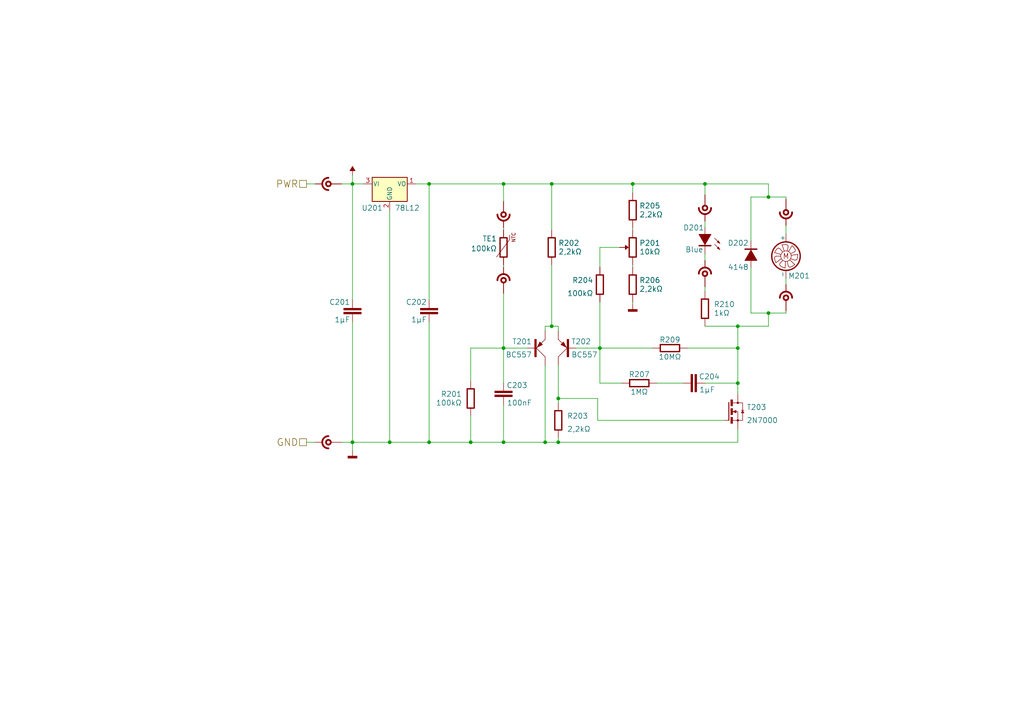
<source format=kicad_sch>
(kicad_sch (version 20230121) (generator eeschema)
  (paper "A4")
  (title_block (title "Termostat (WŚE, W3C11)") (date "2023-01-15") (rev "3.1") (company "Kuba Michalik") (comment 1 "Wersja finałowa"))
  (lib_symbols
    (symbol "*Custom_Generic:C" (pin_numbers hide) (pin_names (offset 0.254))
      (property "Reference" "C" (at 2.921 3.048 0))
      (property "Value" "C" (at 2.921 0.635 0))
      (symbol "C_0_1"
        (rectangle (start -2.54 0.381) (end 2.54 -0.127) (fill (type outline)))
        (rectangle (start -2.54 1.524) (end 2.54 1.016) (fill (type outline)))
      )
      (symbol "C_1_1"
        (pin passive line (at 0 3.81 270) (length 2.54) (name "~") (number "1"))
        (pin passive line (at 0 -2.54 90) (length 2.54) (name "~") (number "2"))
      )
    )
    (symbol "*Custom_Generic:Conn_Point_F" (pin_numbers hide) (pin_names (offset 1.016) hide)
      (property "Reference" "J" (at 0 3.429 0))
      (property "Value" "Conn_Point_F" (at 0.254 -3.556 0))
      (symbol "Conn_Point_F_0_1"
        (arc (start 0 1.778) (mid -1.7703 0) (end 0 -1.778) (stroke (width 0.508)))
      )
      (symbol "Conn_Point_F_1_1"
        (pin passive line (at -3.81 0 0) (length 2.032) (name "Pin_1") (number "1"))
      )
    )
    (symbol "*Custom_Generic:Conn_Point_M" (pin_numbers hide) (pin_names (offset 1.016) hide)
      (property "Reference" "J" (at 0 2.54 0))
      (property "Value" "Conn_Point_M" (at 0 -2.54 0))
      (symbol "Conn_Point_M_0_1"
        (circle (center 0 0) (radius 0.6839) (stroke (width 0.508)))
      )
      (symbol "Conn_Point_M_1_1"
        (pin passive line (at -3.81 0 0) (length 3.175) (name "Pin_1") (number "1"))
      )
    )
    (symbol "*Custom_Generic:D" (pin_numbers hide) (pin_names (offset 1.016) hide)
      (property "Reference" "D" (at 0 2.54 0))
      (property "Value" "D" (at 0 -2.54 0))
      (symbol "D_0_1"
        (rectangle (start -1.524 1.778) (end -1.27 -1.778) (fill (type outline)))
        (polyline (pts (xy -1.143 0) (xy 1.905 1.778) (xy 1.905 -1.778) (xy -1.143 0)) (fill (type outline)))
      )
      (symbol "D_1_1"
        (pin passive line (at -3.81 0 0) (length 2.54) (name "K") (number "1"))
        (pin passive line (at 3.81 0 180) (length 2.54) (name "A") (number "2"))
      )
    )
    (symbol "*Custom_Generic:Fan_DC" (pin_numbers hide) (pin_names (offset 0)) (on_board no)
      (symbol "Fan_DC_0_0"
        (text "M" (at 0 0 0) (effects (font (size 1.524 1.524))))
      )
      (symbol "Fan_DC_0_1"
        (arc (start -3.429 0.508) (mid -3.3782 -0.2044) (end -3.175 -0.889))
        (arc (start -3.175 -0.889) (mid -2.9029 -1.1295) (end -2.54 -1.143))
        (arc (start -2.667 1.905) (mid -2.6976 1.5687) (end -2.54 1.27))
        (arc (start -2.54 -2.413) (mid -1.9448 -2.8604) (end -1.27 -3.175))
        (arc (start -1.778 3.048) (mid -2.2854 2.5254) (end -2.667 1.905))
        (arc (start -1.27 -3.175) (mid -0.881 -3.1038) (end -0.635 -2.794))
        (arc (start -0.254 3.302) (mid -0.5377 3.1179) (end -0.635 2.794))
        (polyline (pts (xy -2.54 -2.413) (xy -1.143 -1.143)))
        (polyline (pts (xy -1.524 0.254) (xy -3.429 0.508)))
        (polyline (pts (xy -1.397 -0.762) (xy -2.54 -1.143)))
        (polyline (pts (xy -1.397 0.762) (xy -2.54 1.27)))
        (polyline (pts (xy -0.762 1.397) (xy -1.778 3.048)))
        (polyline (pts (xy -0.381 -1.524) (xy -0.635 -2.794)))
        (polyline (pts (xy -0.381 1.524) (xy -0.635 2.794)))
        (polyline (pts (xy 0.127 -1.524) (xy 0.254 -3.429)))
        (polyline (pts (xy 0.508 1.524) (xy 1.143 3.302)))
        (polyline (pts (xy 1.016 -1.27) (xy 1.778 -2.159)))
        (polyline (pts (xy 1.016 1.27) (xy 1.778 2.159)))
        (polyline (pts (xy 1.397 -0.762) (xy 2.921 -1.905)))
        (polyline (pts (xy 1.524 0) (xy 2.794 0)))
        (polyline (pts (xy 1.524 0.508) (xy 3.302 1.016)))
        (circle (center 0 0) (radius 1.524))
        (circle (center 0 0) (radius 4.1348) (stroke (width 0.381)))
        (arc (start 0.254 -3.429) (mid 0.9897 -3.1933) (end 1.651 -2.794))
        (arc (start 1.143 3.302) (mid 0.4445 3.3694) (end -0.254 3.302))
        (arc (start 1.651 -2.794) (mid 1.8282 -2.4993) (end 1.778 -2.159))
        (arc (start 2.54 2.159) (mid 2.159 2.3335) (end 1.778 2.159))
        (arc (start 2.921 -1.905) (mid 3.1848 -1.2265) (end 3.302 -0.508))
        (arc (start 3.302 -0.508) (mid 3.1512 -0.1508) (end 2.794 0))
        (arc (start 3.302 1.016) (mid 2.9776 1.6252) (end 2.54 2.159))
      )
      (symbol "Fan_DC_1_1"
        (pin passive line (at 0 6.35 270) (length 2.159) (name "+") (number "1"))
        (pin passive line (at 0 -6.35 90) (length 2.159) (name "-") (number "2"))
      )
    )
    (symbol "*Custom_Generic:LED" (pin_numbers hide) (pin_names (offset 1.016) hide)
      (property "Reference" "D" (at 0 2.921 0))
      (property "Value" "LED" (at 0 5.588 0))
      (symbol "LED_0_1"
        (rectangle (start -1.524 1.778) (end -1.27 -1.778) (fill (type outline)))
        (polyline (pts (xy -1.016 -2.794) (xy -2.159 -3.937)) (stroke (width 0.1524)))
        (polyline (pts (xy 0.762 -2.794) (xy -0.381 -3.937)) (stroke (width 0.1524)))
        (polyline (pts (xy -2.54 -4.318) (xy -1.778 -3.937) (xy -2.159 -3.556) (xy -2.54 -4.318)) (fill (type outline)))
        (polyline (pts (xy -1.143 0) (xy 1.905 1.778) (xy 1.905 -1.778) (xy -1.143 0)) (fill (type outline)))
        (polyline (pts (xy -0.762 -4.318) (xy 0 -3.937) (xy -0.381 -3.556) (xy -0.762 -4.318)) (fill (type outline)))
      )
      (symbol "LED_1_1"
        (pin passive line (at -3.81 0 0) (length 2.54) (name "K") (number "1"))
        (pin passive line (at 3.81 0 180) (length 2.54) (name "A") (number "2"))
      )
    )
    (symbol "*Custom_Generic:NMOS_SGD" (pin_numbers hide) (pin_names (offset 0) hide)
      (property "Reference" "T" (at 2.159 2.032 0))
      (property "Value" "NMOS_SGD" (at 2.032 -2.159 0))
      (symbol "NMOS_SGD_0_1"
        (rectangle (start -2.667 2.667) (end -2.54 -2.54) (fill (type outline)))
        (rectangle (start -2.032 -1.651) (end -1.524 -3.429) (fill (type outline)))
        (rectangle (start -2.032 0.889) (end -1.524 -0.889) (fill (type outline)))
        (rectangle (start -2.032 3.429) (end -1.524 1.651) (fill (type outline)))
        (rectangle (start -1.524 -0.254) (end -1.524 -0.254))
        (rectangle (start -1.524 1.016) (end -1.524 1.016))
        (circle (center 0 -2.54) (radius 0.254) (fill (type outline)))
        (polyline (pts (xy -1.524 0) (xy 0 0) (xy 0 -2.54)))
        (polyline (pts (xy -1.524 2.54) (xy 1.397 2.54) (xy 1.397 -2.54) (xy -1.524 -2.54)))
        (polyline (pts (xy -1.397 0) (xy -0.508 0.381) (xy -0.508 -0.381) (xy -1.397 0)) (fill (type outline)))
        (polyline (pts (xy 1.397 0.254) (xy 1.016 -0.381) (xy 1.778 -0.381) (xy 1.397 0.254)) (fill (type outline)))
        (circle (center 0 2.54) (radius 0.254) (fill (type outline)))
        (rectangle (start 1.016 0.381) (end 1.778 0.381))
      )
      (symbol "NMOS_SGD_1_1"
        (pin passive line (at 0 -5.08 90) (length 2.54) (name "S") (number "1"))
        (pin input line (at -3.81 -2.54 0) (length 1.27) (name "G") (number "2"))
        (pin passive line (at 0 5.08 270) (length 2.54) (name "D") (number "3"))
      )
    )
    (symbol "*Custom_Generic:P" (pin_numbers hide) (pin_names (offset 0) hide)
      (property "Reference" "P" (at 2.413 -2.159 0))
      (property "Value" "P" (at 2.413 2.032 0))
      (symbol "P_0_0"
        (text "" (at 0 3.937 0) (effects (font (size 1.27 1.27))))
      )
      (symbol "P_0_1"
        (rectangle (start -1.016 2.794) (end 1.016 -2.794) (stroke (width 0.381)))
        (polyline (pts (xy 1.27 0) (xy 2.159 0.635) (xy 2.159 -0.635) (xy 1.27 0)) (fill (type outline)))
      )
      (symbol "P_1_1"
        (pin passive line (at 0 5.08 270) (length 2.25) (name "1") (number "1"))
        (pin passive line (at 3.81 0 180) (length 2.25) (name "2") (number "2"))
        (pin passive line (at 0 -5.08 90) (length 2.25) (name "3") (number "3"))
      )
    )
    (symbol "*Custom_Generic:PNP_BJT_CBE" (pin_numbers hide) (pin_names (offset 0) hide)
      (property "Reference" "T" (at 3.81 1.27 0))
      (property "Value" "PNP_BJT_CBE" (at 3.81 -1.27 0))
      (symbol "PNP_BJT_CBE_0_1"
        (rectangle (start -0.508 2.54) (end 0 -2.54) (fill (type outline)))
        (rectangle (start 0 -0.254) (end 0 -0.254))
        (polyline (pts (xy 0 0) (xy 2.54 -2.54)))
        (polyline (pts (xy 0 0) (xy 2.54 2.54)))
        (polyline (pts (xy 0.254 -0.254) (xy 1.016 -1.778) (xy 1.778 -1.016) (xy 0.254 -0.254)) (fill (type outline)))
        (rectangle (start 0 1.016) (end 0 1.016))
      )
      (symbol "PNP_BJT_CBE_1_1"
        (pin passive line (at 2.54 5.08 270) (length 2.54) (name "C") (number "1"))
        (pin input line (at -2.54 0 0) (length 2.54) (name "B") (number "2"))
        (pin passive line (at 2.54 -5.08 90) (length 2.54) (name "E") (number "3"))
      )
    )
    (symbol "*Custom_Generic:R" (pin_numbers hide) (pin_names (offset 0))
      (property "Reference" "R" (at 2.413 0 90))
      (property "Value" "R" (at -2.286 0 90))
      (symbol "R_0_1"
        (rectangle (start -1.016 2.794) (end 1.016 -2.794) (stroke (width 0.381)))
      )
      (symbol "R_1_1"
        (pin passive line (at 0 5.08 270) (length 2.25) (name "~") (number "1"))
        (pin passive line (at 0 -5.08 90) (length 2.25) (name "~") (number "2"))
      )
    )
    (symbol "*Custom_Generic:R_NTC" (pin_numbers hide) (pin_names (offset 0))
      (property "Reference" "TE" (at 5.334 -1.397 0))
      (property "Value" "R_NTC" (at 7.239 1.778 0))
      (symbol "R_NTC_0_0"
        (text "NTC" (at 2.921 2.921 900) (effects (font (size 1.016 1.016))))
      )
      (symbol "R_NTC_0_1"
        (rectangle (start -1.016 2.794) (end 1.016 -2.794) (stroke (width 0.381)))
        (polyline (pts (xy -2.032 -2.794) (xy 1.778 2.286) (xy 1.778 3.556)))
      )
      (symbol "R_NTC_1_1"
        (pin passive line (at 0 5.08 270) (length 2.25) (name "~") (number "1"))
        (pin passive line (at 0 -5.08 90) (length 2.25) (name "~") (number "2"))
      )
    )
    (symbol "Custom_Power:GND" (power) (pin_numbers hide) (pin_names (offset 0) hide)
      (property "Value" "GND" (at 0 -3.175 0))
      (symbol "GND_0_1"
        (rectangle (start -1.27 -1.524) (end 1.27 -2.032) (stroke (width 0.254)) (fill (type outline)))
        (polyline (pts (xy 0 0) (xy 0 -1.524)))
      )
      (symbol "GND_1_1"
        (pin power_in line (at 0 0 270) (length 0) hide (name "GND") (number "1"))
      )
    )
    (symbol "Custom_Power:V1" (power) (pin_numbers hide) (pin_names (offset 0) hide)
      (property "Value" "V1" (at 0 3.81 0))
      (symbol "V1_0_1"
        (polyline (pts (xy 0 0) (xy 0 2.54)))
        (polyline (pts (xy 0.762 1.27) (xy -0.762 1.27) (xy 0 2.54) (xy 0.762 1.27)) (fill (type outline)))
      )
      (symbol "V1_1_1"
        (pin power_in line (at 0 0 90) (length 0) hide (name "V1") (number "1"))
      )
    )
    (symbol "Regulator_Linear:L78L12_TO92" (pin_names (offset 0.254))
      (property "Reference" "U" (at -3.81 3.175 0))
      (property "Value" "L78L12_TO92" (at 0 3.175 0))
      (symbol "L78L12_TO92_0_1"
        (rectangle (start -5.08 -5.08) (end 5.08 1.905) (stroke (width 0.254)) (fill (type background)))
      )
      (symbol "L78L12_TO92_1_1"
        (pin power_out line (at 7.62 0 180) (length 2.54) (name "VO") (number "1"))
        (pin power_in line (at 0 -7.62 90) (length 2.54) (name "GND") (number "2"))
        (pin power_in line (at -7.62 0 0) (length 2.54) (name "VI") (number "3"))
      )
    )
  )
  (junction (at 213.995 94.615))
  (junction (at 160.02 53.34))
  (junction (at 173.99 100.965))
  (junction (at 124.46 53.34))
  (junction (at 161.925 115.57))
  (junction (at 161.925 128.27))
  (junction (at 146.05 100.965))
  (junction (at 146.05 128.27))
  (junction (at 160.02 94.615))
  (junction (at 113.03 128.27))
  (junction (at 102.235 53.34))
  (junction (at 102.235 128.27))
  (junction (at 222.885 90.805))
  (junction (at 213.995 111.125))
  (junction (at 222.885 57.15))
  (junction (at 136.525 128.27))
  (junction (at 124.46 128.27))
  (junction (at 158.115 128.27))
  (junction (at 183.515 53.34))
  (junction (at 146.05 53.34))
  (junction (at 204.47 53.34))
  (junction (at 213.995 100.965))
  (wire (pts (xy 120.65 53.34) (xy 124.46 53.34)))
  (wire (pts (xy 204.47 64.135) (xy 204.47 66.04)))
  (wire (pts (xy 217.805 90.805) (xy 222.885 90.805)))
  (wire (pts (xy 102.235 53.34) (xy 105.41 53.34)))
  (wire (pts (xy 180.34 111.125) (xy 173.99 111.125)))
  (wire (pts (xy 113.03 60.96) (xy 113.03 128.27)))
  (wire (pts (xy 146.05 85.09) (xy 146.05 100.965)))
  (wire (pts (xy 213.995 100.965) (xy 213.995 111.125)))
  (wire (pts (xy 146.05 76.835) (xy 146.05 77.47)))
  (wire (pts (xy 161.925 127) (xy 161.925 128.27)))
  (wire (pts (xy 146.05 128.27) (xy 158.115 128.27)))
  (wire (pts (xy 183.515 87.63) (xy 183.515 88.265)))
  (wire (pts (xy 173.99 100.965) (xy 173.99 87.63)))
  (wire (pts (xy 99.06 53.34) (xy 102.235 53.34)))
  (wire (pts (xy 173.99 100.965) (xy 189.23 100.965)))
  (wire (pts (xy 227.965 57.785) (xy 227.965 57.15)))
  (wire (pts (xy 124.46 93.345) (xy 124.46 128.27)))
  (wire (pts (xy 222.885 53.34) (xy 222.885 57.15)))
  (wire (pts (xy 160.02 53.34) (xy 160.02 66.675)))
  (wire (pts (xy 158.115 106.045) (xy 158.115 128.27)))
  (wire (pts (xy 204.47 111.125) (xy 213.995 111.125)))
  (wire (pts (xy 183.515 66.04) (xy 183.515 66.675)))
  (wire (pts (xy 124.46 53.34) (xy 124.46 86.995)))
  (wire (pts (xy 124.46 128.27) (xy 136.525 128.27)))
  (wire (pts (xy 179.705 71.755) (xy 173.99 71.755)))
  (wire (pts (xy 146.05 53.34) (xy 160.02 53.34)))
  (wire (pts (xy 204.47 73.66) (xy 204.47 75.565)))
  (wire (pts (xy 222.885 90.805) (xy 222.885 94.615)))
  (wire (pts (xy 190.5 111.125) (xy 198.12 111.125)))
  (wire (pts (xy 146.05 100.965) (xy 146.05 111.125)))
  (wire (pts (xy 124.46 53.34) (xy 146.05 53.34)))
  (wire (pts (xy 158.115 94.615) (xy 158.115 95.885)))
  (wire (pts (xy 136.525 100.965) (xy 146.05 100.965)))
  (wire (pts (xy 217.805 90.805) (xy 217.805 77.47)))
  (wire (pts (xy 136.525 100.965) (xy 136.525 110.49)))
  (wire (pts (xy 183.515 53.34) (xy 204.47 53.34)))
  (wire (pts (xy 136.525 120.65) (xy 136.525 128.27)))
  (wire (pts (xy 146.05 128.27) (xy 146.05 117.475)))
  (wire (pts (xy 102.235 128.27) (xy 102.235 130.81)))
  (wire (pts (xy 204.47 53.34) (xy 222.885 53.34)))
  (wire (pts (xy 158.115 94.615) (xy 160.02 94.615)))
  (wire (pts (xy 227.965 80.645) (xy 227.965 82.55)))
  (wire (pts (xy 113.03 128.27) (xy 124.46 128.27)))
  (wire (pts (xy 102.235 50.8) (xy 102.235 53.34)))
  (wire (pts (xy 160.02 76.835) (xy 160.02 94.615)))
  (wire (pts (xy 88.9 128.27) (xy 91.44 128.27)))
  (wire (pts (xy 102.235 128.27) (xy 113.03 128.27)))
  (wire (pts (xy 213.995 124.46) (xy 213.995 128.27)))
  (wire (pts (xy 183.515 55.88) (xy 183.515 53.34)))
  (wire (pts (xy 183.515 53.34) (xy 160.02 53.34)))
  (wire (pts (xy 173.99 111.125) (xy 173.99 100.965)))
  (wire (pts (xy 102.235 53.34) (xy 102.235 86.995)))
  (wire (pts (xy 222.885 94.615) (xy 213.995 94.615)))
  (wire (pts (xy 146.05 66.675) (xy 146.05 66.04)))
  (wire (pts (xy 222.885 57.15) (xy 227.965 57.15)))
  (wire (pts (xy 222.885 90.805) (xy 227.965 90.805)))
  (wire (pts (xy 204.47 56.515) (xy 204.47 53.34)))
  (wire (pts (xy 217.805 57.15) (xy 222.885 57.15)))
  (wire (pts (xy 158.115 128.27) (xy 161.925 128.27)))
  (wire (pts (xy 213.995 111.125) (xy 213.995 114.3)))
  (wire (pts (xy 161.925 94.615) (xy 161.925 95.885)))
  (wire (pts (xy 173.355 121.92) (xy 210.185 121.92)))
  (wire (pts (xy 227.965 90.17) (xy 227.965 90.805)))
  (wire (pts (xy 204.47 83.185) (xy 204.47 84.455)))
  (wire (pts (xy 160.02 94.615) (xy 161.925 94.615)))
  (wire (pts (xy 167.005 100.965) (xy 173.99 100.965)))
  (wire (pts (xy 217.805 57.15) (xy 217.805 69.85)))
  (wire (pts (xy 204.47 94.615) (xy 213.995 94.615)))
  (wire (pts (xy 161.925 106.045) (xy 161.925 115.57)))
  (wire (pts (xy 153.035 100.965) (xy 146.05 100.965)))
  (wire (pts (xy 199.39 100.965) (xy 213.995 100.965)))
  (wire (pts (xy 173.99 71.755) (xy 173.99 77.47)))
  (wire (pts (xy 183.515 76.835) (xy 183.515 77.47)))
  (wire (pts (xy 146.05 53.34) (xy 146.05 58.42)))
  (wire (pts (xy 227.965 67.945) (xy 227.965 65.405)))
  (wire (pts (xy 136.525 128.27) (xy 146.05 128.27)))
  (wire (pts (xy 161.925 115.57) (xy 161.925 116.84)))
  (wire (pts (xy 88.9 53.34) (xy 91.44 53.34)))
  (wire (pts (xy 99.06 128.27) (xy 102.235 128.27)))
  (wire (pts (xy 173.355 121.92) (xy 173.355 115.57)))
  (wire (pts (xy 102.235 93.345) (xy 102.235 128.27)))
  (wire (pts (xy 161.925 128.27) (xy 213.995 128.27)))
  (wire (pts (xy 173.355 115.57) (xy 161.925 115.57)))
  (wire (pts (xy 213.995 94.615) (xy 213.995 100.965)))
  (hierarchical_label "PWR" (shape passive) (at 88.9 53.34 180) (effects (font (size 2.032 2.032))))
  (hierarchical_label "GND" (shape passive) (at 88.9 128.27 180) (effects (font (size 2.032 2.032))))
  (symbol (lib_id "*Custom_Generic:NMOS_SGD") (at 213.995 119.38 0) (unit 1)
    (property "Reference" "T203" (at 216.535 118.11 0) (effects (font (size 1.524 1.524)) (justify left)))
    (property "Value" "2N7000" (at 216.535 121.92 0) (effects (font (size 1.524 1.524)) (justify left)))
    (property "Footprint" "VeeCad:TO92" (effects hide))
  )
  (symbol (lib_id "*Custom_Generic:Conn_Point_F") (at 146.05 81.28 270) (unit 1) (on_board no)
    (property "Reference" "J211" (effects hide))
    (property "Value" "OFF_BOARD" (effects hide))
  )
  (symbol (lib_id "*Custom_Generic:Conn_Point_F") (at 204.47 60.325 90) (unit 1) (on_board no)
    (property "Reference" "J205" (effects hide))
    (property "Value" "OFF_BOARD" (effects hide))
  )
  (symbol (lib_id "*Custom_Generic:LED") (at 204.47 69.85 90) (unit 1) (on_board no)
    (property "Reference" "D201" (at 198.12 66.04 90) (effects (font (size 1.524 1.524)) (justify right)))
    (property "Value" "Blue" (at 198.755 72.39 90) (effects (font (size 1.524 1.524)) (justify right)))
  )
  (symbol (lib_id "*Custom_Generic:R") (at 183.515 82.55 0) (unit 1)
    (property "Reference" "R206" (at 185.42 81.28 0) (effects (font (size 1.524 1.524)) (justify left)))
    (property "Value" "2,2kΩ" (at 185.42 83.82 0) (effects (font (size 1.524 1.524)) (justify left)))
    (property "Footprint" "VeeCad:AX3_1N" (effects hide))
  )
  (symbol (lib_id "Custom_Power:GND") (at 183.515 88.265 0) (unit 1)
    (property "Reference" "#PWR0203" (effects hide))
    (property "Value" "GND" (effects hide))
  )
  (symbol (lib_id "*Custom_Generic:R") (at 160.02 71.755 0) (mirror y) (unit 1)
    (property "Reference" "R202" (at 161.925 70.485 0) (effects (font (size 1.524 1.524)) (justify right)))
    (property "Value" "2,2kΩ" (at 161.925 73.025 0) (effects (font (size 1.524 1.524)) (justify right)))
    (property "Footprint" "VeeCad:AX3_1N" (effects hide))
  )
  (symbol (lib_id "*Custom_Generic:Conn_Point_M") (at 204.47 79.375 90) (unit 1)
    (property "Reference" "J207" (effects hide))
    (property "Value" "FANL-" (effects hide))
    (property "Footprint" "VeeCad:SIP1" (effects hide))
  )
  (symbol (lib_id "*Custom_Generic:Conn_Point_M") (at 227.965 61.595 270) (unit 1)
    (property "Reference" "J213" (effects hide))
    (property "Value" "FAN+" (effects hide))
    (property "Footprint" "VeeCad:SIP1" (effects hide))
  )
  (symbol (lib_id "*Custom_Generic:Conn_Point_F") (at 95.25 53.34 0) (unit 1) (on_board no)
    (property "Reference" "J201" (effects hide))
    (property "Value" "OFF_BOARD" (effects hide))
  )
  (symbol (lib_id "*Custom_Generic:Conn_Point_M") (at 204.47 60.325 270) (unit 1)
    (property "Reference" "J206" (effects hide))
    (property "Value" "FANL+" (effects hide))
    (property "Footprint" "VeeCad:SIP1" (effects hide))
  )
  (symbol (lib_id "Custom_Power:V1") (at 102.235 50.8 0) (unit 1)
    (property "Reference" "#PWR0201" (effects hide))
    (property "Value" "V1" (effects hide))
  )
  (symbol (lib_id "*Custom_Generic:Conn_Point_F") (at 204.47 79.375 270) (unit 1) (on_board no)
    (property "Reference" "J208" (effects hide))
    (property "Value" "OFF_BOARD" (effects hide))
  )
  (symbol (lib_id "*Custom_Generic:C") (at 201.93 111.125 90) (unit 1)
    (property "Reference" "C204" (at 205.74 109.22 90) (effects (font (size 1.524 1.524))))
    (property "Value" "1μF" (at 205.105 113.03 90) (effects (font (size 1.524 1.524))))
    (property "Footprint" "VeeCad:AX2_1N" (effects hide))
  )
  (symbol (lib_id "*Custom_Generic:Conn_Point_F") (at 95.25 128.27 0) (unit 1) (on_board no)
    (property "Reference" "J203" (effects hide))
    (property "Value" "OFF_BOARD" (effects hide))
  )
  (symbol (lib_id "*Custom_Generic:Conn_Point_F") (at 227.965 86.36 270) (unit 1) (on_board no)
    (property "Reference" "J215" (effects hide))
    (property "Value" "OFF_BOARD" (effects hide))
  )
  (symbol (lib_id "*Custom_Generic:R") (at 136.525 115.57 0) (unit 1)
    (property "Reference" "R201" (at 133.985 114.3 0) (effects (font (size 1.524 1.524)) (justify right)))
    (property "Value" "100kΩ" (at 133.985 116.84 0) (effects (font (size 1.524 1.524)) (justify right)))
    (property "Footprint" "VeeCad:AX3_1N" (effects hide))
  )
  (symbol (lib_id "*Custom_Generic:R") (at 161.925 121.92 0) (unit 1)
    (property "Reference" "R203" (at 164.465 120.65 0) (effects (font (size 1.524 1.524)) (justify left)))
    (property "Value" "2,2kΩ" (at 164.465 124.46 0) (effects (font (size 1.524 1.524)) (justify left)))
    (property "Footprint" "VeeCad:VERTAX_1N" (effects hide))
  )
  (symbol (lib_id "*Custom_Generic:R_NTC") (at 146.05 71.755 0) (unit 1) (on_board no)
    (property "Reference" "TE1" (at 144.145 69.215 0) (effects (font (size 1.524 1.524)) (justify right)))
    (property "Value" "100kΩ" (at 144.145 72.0877 0) (effects (font (size 1.524 1.524)) (justify right)))
  )
  (symbol (lib_id "*Custom_Generic:Fan_DC") (at 227.965 74.295 0) (mirror y) (unit 1) (on_board no)
    (property "Reference" "M201" (at 231.775 80.01 0) (effects (font (size 1.524 1.524))))
    (property "Value" "Fan_DC" (effects hide))
  )
  (symbol (lib_id "*Custom_Generic:R") (at 204.47 89.535 0) (unit 1)
    (property "Reference" "R210" (at 207.01 88.265 0) (effects (font (size 1.524 1.524)) (justify left)))
    (property "Value" "1kΩ" (at 207.01 90.805 0) (effects (font (size 1.524 1.524)) (justify left)))
    (property "Footprint" "VeeCad:VERTAX_2N" (effects hide))
  )
  (symbol (lib_id "*Custom_Generic:R") (at 194.31 100.965 90) (unit 1)
    (property "Reference" "R209" (at 194.31 98.552 90) (effects (font (size 1.524 1.524))))
    (property "Value" "10MΩ" (at 194.31 103.505 90) (effects (font (size 1.524 1.524))))
    (property "Footprint" "VeeCad:VERTAX_1N" (effects hide))
  )
  (symbol (lib_id "*Custom_Generic:Conn_Point_F") (at 227.965 61.595 90) (unit 1) (on_board no)
    (property "Reference" "J214" (effects hide))
    (property "Value" "OFF_BOARD" (effects hide))
  )
  (symbol (lib_id "Regulator_Linear:L78L12_TO92") (at 113.03 53.34 0) (unit 1)
    (property "Reference" "U201" (at 107.95 60.325 0) (effects (font (size 1.524 1.524))))
    (property "Value" "78L12" (at 118.11 60.325 0) (effects (font (size 1.524 1.524))))
    (property "Footprint" "VeeCad:TO92" (effects hide))
    (property "Datasheet" "http://www.st.com/content/ccc/resource/technical/document/datasheet/15/55/e5/aa/23/5b/43/fd/CD00000446.pdf/files/CD00000446.pdf/jcr:content/translations/en.CD00000446.pdf" (effects hide))
  )
  (symbol (lib_id "*Custom_Generic:Conn_Point_M") (at 227.965 86.36 90) (unit 1)
    (property "Reference" "J216" (effects hide))
    (property "Value" "FAN−" (effects hide))
    (property "Footprint" "VeeCad:SIP1" (effects hide))
  )
  (symbol (lib_id "*Custom_Generic:R") (at 173.99 82.55 180) (unit 1)
    (property "Reference" "R204" (at 172.085 81.28 0) (effects (font (size 1.524 1.524)) (justify left)))
    (property "Value" "100kΩ" (at 172.085 85.09 0) (effects (font (size 1.524 1.524)) (justify left)))
    (property "Footprint" "VeeCad:AX3_1N" (effects hide))
  )
  (symbol (lib_id "*Custom_Generic:Conn_Point_M") (at 95.25 53.34 180) (unit 1)
    (property "Reference" "J202" (effects hide))
    (property "Value" "PWR" (effects hide))
    (property "Footprint" "VeeCad:SIP1" (effects hide))
  )
  (symbol (lib_id "*Custom_Generic:C") (at 102.235 89.535 180) (unit 1)
    (property "Reference" "C201" (at 101.6 87.63 0) (effects (font (size 1.524 1.524)) (justify left)))
    (property "Value" "1μF" (at 101.6 92.71 0) (effects (font (size 1.524 1.524)) (justify left)))
    (property "Footprint" "VeeCad:AX2_1N" (effects hide))
  )
  (symbol (lib_id "*Custom_Generic:R") (at 183.515 60.96 0) (unit 1)
    (property "Reference" "R205" (at 185.42 59.69 0) (effects (font (size 1.524 1.524)) (justify left)))
    (property "Value" "2,2kΩ" (at 185.42 62.23 0) (effects (font (size 1.524 1.524)) (justify left)))
    (property "Footprint" "VeeCad:AX3_1N" (effects hide))
  )
  (symbol (lib_id "*Custom_Generic:R") (at 185.42 111.125 270) (unit 1)
    (property "Reference" "R207" (at 185.42 108.585 90) (effects (font (size 1.524 1.524))))
    (property "Value" "1MΩ" (at 185.42 113.665 90) (effects (font (size 1.524 1.524))))
    (property "Footprint" "VeeCad:VERTAX_1N" (effects hide))
  )
  (symbol (lib_id "*Custom_Generic:C") (at 124.46 89.535 180) (unit 1)
    (property "Reference" "C202" (at 123.825 87.63 0) (effects (font (size 1.524 1.524)) (justify left)))
    (property "Value" "1μF" (at 123.825 92.71 0) (effects (font (size 1.524 1.524)) (justify left)))
    (property "Footprint" "VeeCad:AX2_1N" (effects hide))
  )
  (symbol (lib_id "*Custom_Generic:PNP_BJT_CBE") (at 155.575 100.965 0) (mirror x) (unit 1)
    (property "Reference" "T201" (at 154.305 99.06 0) (effects (font (size 1.524 1.524)) (justify right)))
    (property "Value" "BC557" (at 154.305 102.87 0) (effects (font (size 1.524 1.524)) (justify right)))
    (property "Footprint" "VeeCad:TO92_A" (effects hide))
  )
  (symbol (lib_id "*Custom_Generic:Conn_Point_M") (at 95.25 128.27 180) (unit 1)
    (property "Reference" "J204" (effects hide))
    (property "Value" "GND" (effects hide))
    (property "Footprint" "VeeCad:SIP1" (effects hide))
  )
  (symbol (lib_id "*Custom_Generic:D") (at 217.805 73.66 90) (mirror x) (unit 1)
    (property "Reference" "D202" (at 217.17 70.485 90) (effects (font (size 1.524 1.524)) (justify left)))
    (property "Value" "4148" (at 217.17 77.47 90) (effects (font (size 1.524 1.524)) (justify left)))
    (property "Footprint" "VeeCad:AX2_1" (effects hide))
  )
  (symbol (lib_id "*Custom_Generic:PNP_BJT_CBE") (at 164.465 100.965 180) (unit 1)
    (property "Reference" "T202" (at 171.45 99.06 0) (effects (font (size 1.524 1.524)) (justify left)))
    (property "Value" "BC557" (at 173.355 102.87 0) (effects (font (size 1.524 1.524)) (justify left)))
    (property "Footprint" "VeeCad:TO92_A" (effects hide))
  )
  (symbol (lib_id "Custom_Power:GND") (at 102.235 130.81 0) (unit 1)
    (property "Reference" "#PWR0202" (effects hide))
    (property "Value" "GND" (effects hide))
  )
  (symbol (lib_id "*Custom_Generic:C") (at 146.05 114.935 0) (unit 1)
    (property "Reference" "C203" (at 153.035 111.76 0) (effects (font (size 1.524 1.524)) (justify right)))
    (property "Value" "100nF" (at 154.305 116.84 0) (effects (font (size 1.524 1.524)) (justify right)))
    (property "Footprint" "VeeCad:BOX2_1" (effects hide))
  )
  (symbol (lib_id "*Custom_Generic:P") (at 183.515 71.755 180) (unit 1)
    (property "Reference" "P201" (at 185.42 70.485 0) (effects (font (size 1.524 1.524)) (justify right)))
    (property "Value" "10kΩ" (at 185.42 73.025 0) (effects (font (size 1.524 1.524)) (justify right)))
    (property "Footprint" "VeeCad:TRIM_3362" (effects hide))
  )
  (symbol (lib_id "*Custom_Generic:Conn_Point_M") (at 146.05 62.23 270) (unit 1)
    (property "Reference" "J209" (effects hide))
    (property "Value" "TSENSE1" (effects hide))
    (property "Footprint" "VeeCad:SIP1" (effects hide))
  )
  (symbol (lib_id "*Custom_Generic:Conn_Point_M") (at 146.05 81.28 90) (unit 1)
    (property "Reference" "J212" (effects hide))
    (property "Value" "TSENSE2" (effects hide))
    (property "Footprint" "VeeCad:SIP1" (effects hide))
  )
  (symbol (lib_id "*Custom_Generic:Conn_Point_F") (at 146.05 62.23 90) (unit 1) (on_board no)
    (property "Reference" "J210" (effects hide))
    (property "Value" "OFF_BOARD" (effects hide))
  )
)
</source>
